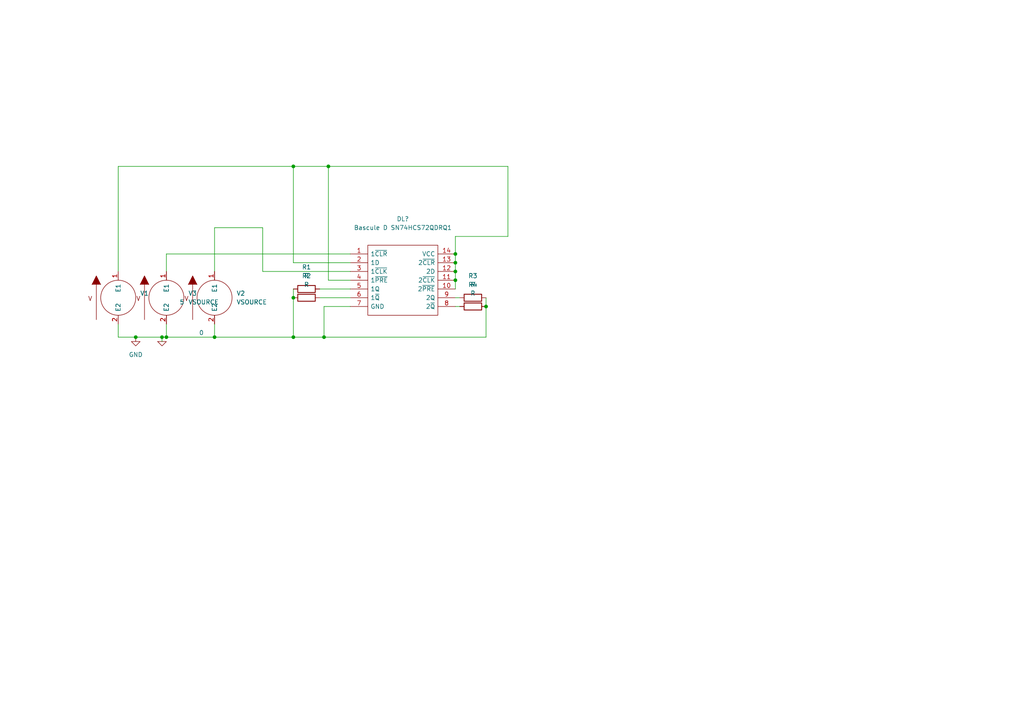
<source format=kicad_sch>
(kicad_sch (version 20211123) (generator eeschema)
  (paper "A4")
  (lib_symbols
    (symbol "Device:R" (pin_numbers hide) (pin_names (offset 0))
      (property "Reference" "R" (at 2.032 0 90))
      (property "Value" "R" (at 0 0 90))
      (symbol "R_0_1"
        (rectangle (start -1.016 -2.54) (end 1.016 2.54) (stroke (width 0.254)))
      )
      (symbol "R_1_1"
        (pin passive line (at 0 3.81 270) (length 1.27) (name "~") (number "1"))
        (pin passive line (at 0 -3.81 90) (length 1.27) (name "~") (number "2"))
      )
    )
    (symbol "EPSA_lib:Bascule D SN74HCS72QDRQ1" (pin_names (offset 0.762))
      (property "Reference" "DL" (at 38.1 7.62 0))
      (property "Value" "Bascule D SN74HCS72QDRQ1" (at 38.1 5.08 0))
      (property "Spice_Lib_File" "${EPSA}\\SpiceModel\\BD_SN74HCS72.lib" (at 38.1 12.7 0))
      (symbol "Bascule D SN74HCS72QDRQ1_0_0"
        (pin passive line (at 0 0 0) (length 5.08) (name "1~{CLR}") (number "1"))
        (pin passive line (at 30.48 -10.16 180) (length 5.08) (name "2~{PRE}") (number "10"))
        (pin passive line (at 30.48 -7.62 180) (length 5.08) (name "2~{CLK}") (number "11"))
        (pin passive line (at 30.48 -5.08 180) (length 5.08) (name "2D") (number "12"))
        (pin passive line (at 30.48 -2.54 180) (length 5.08) (name "2~{CLR}") (number "13"))
        (pin passive line (at 30.48 0 180) (length 5.08) (name "VCC") (number "14"))
        (pin passive line (at 0 -2.54 0) (length 5.08) (name "1D") (number "2"))
        (pin passive line (at 0 -5.08 0) (length 5.08) (name "1~{CLK}") (number "3"))
        (pin passive line (at 0 -7.62 0) (length 5.08) (name "1~{PRE}") (number "4"))
        (pin passive line (at 0 -10.16 0) (length 5.08) (name "1Q") (number "5"))
        (pin passive line (at 0 -12.7 0) (length 5.08) (name "1~{Q}") (number "6"))
        (pin passive line (at 0 -15.24 0) (length 5.08) (name "GND") (number "7"))
        (pin passive line (at 30.48 -15.24 180) (length 5.08) (name "2~{Q}") (number "8"))
        (pin passive line (at 30.48 -12.7 180) (length 5.08) (name "2Q") (number "9"))
      )
      (symbol "Bascule D SN74HCS72QDRQ1_0_1"
        (polyline (pts (xy 5.08 2.54) (xy 25.4 2.54) (xy 25.4 -17.78) (xy 5.08 -17.78) (xy 5.08 2.54)) (stroke (width 0.1524)))
      )
    )
    (symbol "power:GND" (power) (pin_names (offset 0))
      (property "Value" "GND" (at 0 -3.81 0))
      (symbol "GND_0_1"
        (polyline (pts (xy 0 0) (xy 0 -1.27) (xy 1.27 -1.27) (xy 0 -2.54) (xy -1.27 -1.27) (xy 0 -1.27)))
      )
      (symbol "GND_1_1"
        (pin power_in line (at 0 0 270) (length 0) hide (name "GND") (number "1"))
      )
    )
    (symbol "pspice:0" (power) (pin_names (offset 0))
      (property "Value" "0" (at 0 -1.778 0))
      (symbol "0_0_1"
        (polyline (pts (xy -1.27 0) (xy 0 -1.27) (xy 1.27 0) (xy -1.27 0)))
      )
      (symbol "0_1_1"
        (pin power_in line (at 0 0 0) (length 0) hide (name "0") (number "1"))
      )
    )
    (symbol "pspice:VSOURCE" (pin_names (offset 1.016))
      (property "Reference" "V" (at -6.35 7.62 0))
      (property "Value" "VSOURCE" (at 0 0 0))
      (symbol "VSOURCE_0_1"
        (polyline (pts (xy -6.35 -6.35) (xy -6.35 3.81)) (fill (type outline)))
        (polyline (pts (xy -7.62 3.81) (xy -6.35 6.35) (xy -5.08 3.81)) (fill (type outline)))
        (circle (center 0 0) (radius 5.08))
        (text "V" (at -8.128 -0.254 0) (effects (font (size 1.27 1.27))))
      )
      (symbol "VSOURCE_1_1"
        (pin input line (at 0 7.62 270) (length 2.54) (name "E1") (number "1"))
        (pin input line (at 0 -7.62 90) (length 2.54) (name "E2") (number "2"))
      )
    )
  )
  (junction (at 48.26 97.79))
  (junction (at 46.99 97.79))
  (junction (at 132.08 81.28))
  (junction (at 85.09 48.26))
  (junction (at 132.08 76.2))
  (junction (at 132.08 73.66))
  (junction (at 85.09 86.36))
  (junction (at 93.98 97.79))
  (junction (at 95.25 48.26))
  (junction (at 85.09 97.79))
  (junction (at 140.97 88.9))
  (junction (at 132.08 78.74))
  (junction (at 39.37 97.79))
  (junction (at 62.23 97.79))
  (wire (pts (xy 62.23 66.04) (xy 76.2 66.04)))
  (wire (pts (xy 34.29 93.98) (xy 34.29 97.79)))
  (wire (pts (xy 46.99 97.79) (xy 46.99 99.06)))
  (wire (pts (xy 101.6 81.28) (xy 95.25 81.28)))
  (wire (pts (xy 92.71 86.36) (xy 101.6 86.36)))
  (wire (pts (xy 140.97 88.9) (xy 140.97 97.79)))
  (wire (pts (xy 132.08 88.9) (xy 133.35 88.9)))
  (wire (pts (xy 62.23 93.98) (xy 62.23 97.79)))
  (wire (pts (xy 34.29 97.79) (xy 39.37 97.79)))
  (wire (pts (xy 93.98 88.9) (xy 101.6 88.9)))
  (wire (pts (xy 46.99 97.79) (xy 48.26 97.79)))
  (wire (pts (xy 85.09 48.26) (xy 34.29 48.26)))
  (wire (pts (xy 48.26 93.98) (xy 48.26 97.79)))
  (wire (pts (xy 132.08 76.2) (xy 132.08 78.74)))
  (wire (pts (xy 93.98 97.79) (xy 140.97 97.79)))
  (wire (pts (xy 93.98 97.79) (xy 93.98 88.9)))
  (wire (pts (xy 62.23 66.04) (xy 62.23 78.74)))
  (wire (pts (xy 34.29 48.26) (xy 34.29 78.74)))
  (wire (pts (xy 132.08 81.28) (xy 132.08 83.82)))
  (wire (pts (xy 62.23 97.79) (xy 85.09 97.79)))
  (wire (pts (xy 85.09 97.79) (xy 93.98 97.79)))
  (wire (pts (xy 132.08 68.58) (xy 132.08 73.66)))
  (wire (pts (xy 85.09 83.82) (xy 85.09 86.36)))
  (wire (pts (xy 147.32 68.58) (xy 147.32 48.26)))
  (wire (pts (xy 48.26 73.66) (xy 101.6 73.66)))
  (wire (pts (xy 147.32 48.26) (xy 95.25 48.26)))
  (wire (pts (xy 39.37 97.79) (xy 46.99 97.79)))
  (wire (pts (xy 132.08 78.74) (xy 132.08 81.28)))
  (wire (pts (xy 92.71 83.82) (xy 101.6 83.82)))
  (wire (pts (xy 85.09 48.26) (xy 85.09 76.2)))
  (wire (pts (xy 132.08 73.66) (xy 132.08 76.2)))
  (wire (pts (xy 140.97 86.36) (xy 140.97 88.9)))
  (wire (pts (xy 48.26 78.74) (xy 48.26 73.66)))
  (wire (pts (xy 101.6 76.2) (xy 85.09 76.2)))
  (wire (pts (xy 132.08 68.58) (xy 147.32 68.58)))
  (wire (pts (xy 95.25 48.26) (xy 85.09 48.26)))
  (wire (pts (xy 48.26 97.79) (xy 62.23 97.79)))
  (wire (pts (xy 76.2 78.74) (xy 101.6 78.74)))
  (wire (pts (xy 132.08 86.36) (xy 133.35 86.36)))
  (wire (pts (xy 85.09 86.36) (xy 85.09 97.79)))
  (wire (pts (xy 95.25 48.26) (xy 95.25 81.28)))
  (wire (pts (xy 76.2 66.04) (xy 76.2 78.74)))
  (symbol (lib_id "pspice:VSOURCE") (at 48.26 86.36 0) (unit 1)
    (property "Reference" "V3" (at 54.61 85.0899 0) (effects (justify left)))
    (property "Value" "VSOURCE" (at 54.61 87.6299 0) (effects (justify left)))
    (property "Spice_Primitive" "V" (effects hide))
    (property "Spice_Model" "pulse(0 5 1 300m 300m 20 3)" (effects hide))
    (property "Spice_Netlist_Enabled" "Y" (effects hide))
  )
  (symbol (lib_id "Device:R") (at 88.9 86.36 90) (unit 1)
    (property "Reference" "R2" (at 88.9 80.01 90))
    (property "Value" "R" (at 88.9 82.55 90))
    (property "Spice_Primitive" "R" (effects hide))
    (property "Spice_Model" "10k" (effects hide))
    (property "Spice_Netlist_Enabled" "Y" (effects hide))
  )
  (symbol (lib_id "Device:R") (at 88.9 83.82 90) (unit 1)
    (property "Reference" "R1" (at 88.9 77.47 90))
    (property "Value" "R" (at 88.9 80.01 90))
    (property "Spice_Primitive" "R" (effects hide))
    (property "Spice_Model" "10k" (effects hide))
    (property "Spice_Netlist_Enabled" "Y" (effects hide))
  )
  (symbol (lib_id "Device:R") (at 137.16 86.36 90) (unit 1)
    (property "Reference" "R3" (at 137.16 80.01 90))
    (property "Value" "R" (at 137.16 82.55 90))
    (property "Spice_Primitive" "R" (effects hide))
    (property "Spice_Model" "10k" (effects hide))
    (property "Spice_Netlist_Enabled" "Y" (effects hide))
  )
  (symbol (lib_id "pspice:0") (at 46.99 99.06 0) (unit 1)
    (property "Reference" "#GND01" (effects hide))
    (property "Value" "0" (at 58.42 96.52 0))
  )
  (symbol (lib_id "EPSA_lib:Bascule D SN74HCS72QDRQ1") (at 101.6 73.66 0) (unit 1)
    (property "Reference" "DL?" (at 116.84 63.5 0))
    (property "Value" "Bascule D SN74HCS72QDRQ1" (at 116.84 66.04 0))
    (property "Footprint" "SOIC127P600X175-14N" (effects hide))
    (property "Datasheet" "http://www.ti.com/general/docs/suppproductinfo.tsp?distId=10&gotoUrl=http%3A%2F%2Fwww.ti.com%2Flit%2Fgpn%2Fsn74hcs72-q1" (effects hide))
    (property "Description" "Flip-Flops Automotive Schmitt-trigger input dual D-type negative-edge-triggered flip-flops w/ clear and preset 14-SOIC -40 to 125" (effects hide))
    (property "Height" "1.75" (effects hide))
    (property "Manufacturer_Name" "Texas Instruments" (effects hide))
    (property "Manufacturer_Part_Number" "SN74HCS72QDRQ1" (effects hide))
    (property "Mouser Part Number" "595-SN74HCS72QDRQ1" (effects hide))
    (property "Mouser Price/Stock" "https://www.mouser.co.uk/ProductDetail/Texas-Instruments/SN74HCS72QDRQ1?qs=Cb2nCFKsA8rdYGfO8j6PMA%3D%3D" (effects hide))
    (property "Arrow Part Number" "SN74HCS72QDRQ1" (effects hide))
    (property "Arrow Price/Stock" "https://www.arrow.com/en/products/sn74hcs72qdrq1/texas-instruments?region=nac" (effects hide))
    (property "Spice_Primitive" "X" (effects hide))
    (property "Spice_Model" "SN74HCS72_Double" (effects hide))
    (property "Spice_Netlist_Enabled" "Y" (effects hide))
    (property "Spice_Lib_File" "${EPSA}\\SpiceModel\\BD_SN74HCS72.lib" (at 116.84 68.58 0))
  )
  (symbol (lib_id "pspice:VSOURCE") (at 34.29 86.36 0) (unit 1)
    (property "Reference" "V1" (at 40.64 85.0899 0) (effects (justify left)))
    (property "Value" "VSOURCE" (at 52.07 87.6299 0) (effects (justify left)))
    (property "Spice_Primitive" "V" (effects hide))
    (property "Spice_Model" "dc 5" (effects hide))
    (property "Spice_Netlist_Enabled" "Y" (effects hide))
  )
  (symbol (lib_id "pspice:VSOURCE") (at 62.23 86.36 0) (unit 1)
    (property "Reference" "V2" (at 68.58 85.0899 0) (effects (justify left)))
    (property "Value" "VSOURCE" (at 68.58 87.6299 0) (effects (justify left)))
    (property "Spice_Primitive" "V" (effects hide))
    (property "Spice_Model" "pulse(0 5 1 200m 200m 1 1)" (effects hide))
    (property "Spice_Netlist_Enabled" "Y" (effects hide))
  )
  (symbol (lib_id "Device:R") (at 137.16 88.9 90) (unit 1)
    (property "Reference" "R4" (at 137.16 82.55 90))
    (property "Value" "R" (at 137.16 85.09 90))
    (property "Spice_Primitive" "R" (effects hide))
    (property "Spice_Model" "10k" (effects hide))
    (property "Spice_Netlist_Enabled" "Y" (effects hide))
  )
  (symbol (lib_id "power:GND") (at 39.37 97.79 0) (unit 1)
    (property "Reference" "#PWR01" (effects hide))
    (property "Value" "GND" (at 39.37 102.87 0))
  )
)
</source>
